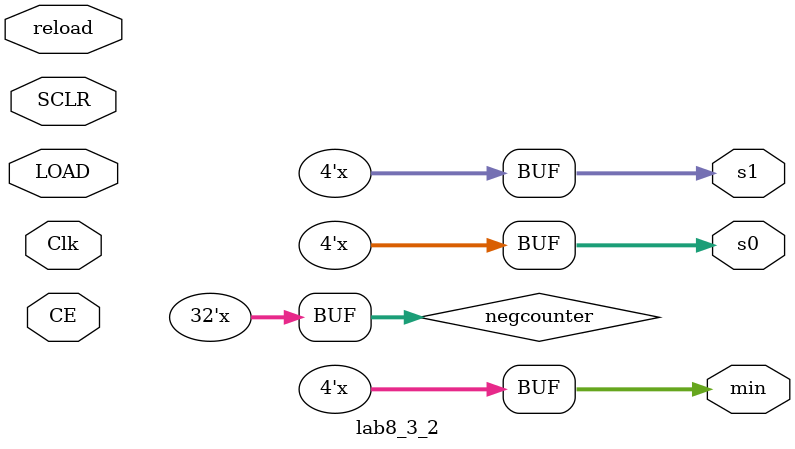
<source format=v>
`timescale 1ns / 1ps


module lab8_3_2(
    input Clk, CE, SCLR,
    input [1:0] LOAD,
    input [1:0] reload,
    output reg [3:0] s0, s1, min
    );
    integer count = 0, negcounter = 0;
    wire clk10;
    wire lo;
    reg Q;
    
    clk_wiz_0 clock_inst
        (
        .clk_out1(clk10),
        .locked(locked),
        .clk_in1(Clk)
        );
        always @ (posedge clk10)
        begin
            if(CE) begin
                count <= count + 1;
                if (count >= 5)
                    Q <= 1'b0;
                else Q <= 1'b1;
                if (count >= 10)
                    count <= 0;
                   end
        end
        always @ (LOAD or reload)
        begin
            if (CE) begin
                //min = LOAD;
                //s1 = 4'b0000;
                //s0 = 4'b0000;
                negcounter = (LOAD * 60);
                    end
             if (reload) begin
                s0 = (LOAD % 10);
                s1 = ((LOAD % 60) - s0)/10;
                min = (LOAD - (LOAD % 60)) / 60;
             end
            end
         always @ (Q)
         begin 
            if (CE && (negcounter >= 0))
            begin
                negcounter = negcounter - 1;
            end
         end
         always @ (posedge SCLR)
         begin
            negcounter = 0;
         end
         always @ (negcounter)
         begin
            if (CE) begin
                s0 = (negcounter % 10);
                s1 = ((negcounter % 60) - s0)/10;
                min = (negcounter - (negcounter % 60)) / 60;
            end
         end
endmodule

</source>
